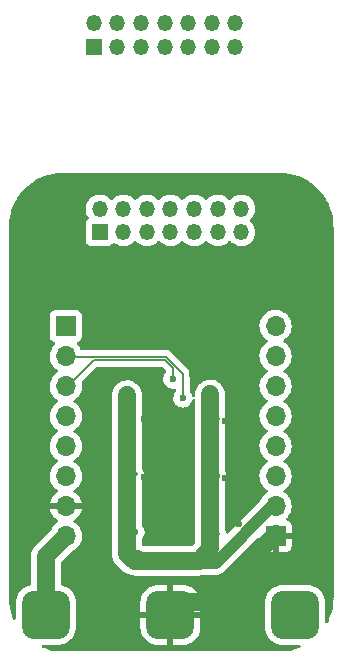
<source format=gbr>
%TF.GenerationSoftware,KiCad,Pcbnew,(6.0.0)*%
%TF.CreationDate,2022-06-30T15:43:38+09:00*%
%TF.ProjectId,TipLets_Board,5469704c-6574-4735-9f42-6f6172642e6b,rev?*%
%TF.SameCoordinates,Original*%
%TF.FileFunction,Copper,L2,Bot*%
%TF.FilePolarity,Positive*%
%FSLAX46Y46*%
G04 Gerber Fmt 4.6, Leading zero omitted, Abs format (unit mm)*
G04 Created by KiCad (PCBNEW (6.0.0)) date 2022-06-30 15:43:38*
%MOMM*%
%LPD*%
G01*
G04 APERTURE LIST*
G04 Aperture macros list*
%AMRoundRect*
0 Rectangle with rounded corners*
0 $1 Rounding radius*
0 $2 $3 $4 $5 $6 $7 $8 $9 X,Y pos of 4 corners*
0 Add a 4 corners polygon primitive as box body*
4,1,4,$2,$3,$4,$5,$6,$7,$8,$9,$2,$3,0*
0 Add four circle primitives for the rounded corners*
1,1,$1+$1,$2,$3*
1,1,$1+$1,$4,$5*
1,1,$1+$1,$6,$7*
1,1,$1+$1,$8,$9*
0 Add four rect primitives between the rounded corners*
20,1,$1+$1,$2,$3,$4,$5,0*
20,1,$1+$1,$4,$5,$6,$7,0*
20,1,$1+$1,$6,$7,$8,$9,0*
20,1,$1+$1,$8,$9,$2,$3,0*%
G04 Aperture macros list end*
%TA.AperFunction,ComponentPad*%
%ADD10R,1.700000X1.700000*%
%TD*%
%TA.AperFunction,ComponentPad*%
%ADD11O,1.700000X1.700000*%
%TD*%
%TA.AperFunction,ComponentPad*%
%ADD12R,1.350000X1.350000*%
%TD*%
%TA.AperFunction,ComponentPad*%
%ADD13O,1.350000X1.350000*%
%TD*%
%TA.AperFunction,SMDPad,CuDef*%
%ADD14RoundRect,1.015000X-1.015000X-1.015000X1.015000X-1.015000X1.015000X1.015000X-1.015000X1.015000X0*%
%TD*%
%TA.AperFunction,ViaPad*%
%ADD15C,0.600000*%
%TD*%
%TA.AperFunction,ViaPad*%
%ADD16C,0.500000*%
%TD*%
%TA.AperFunction,Conductor*%
%ADD17C,1.000000*%
%TD*%
%TA.AperFunction,Conductor*%
%ADD18C,1.500000*%
%TD*%
%TA.AperFunction,Conductor*%
%ADD19C,0.127000*%
%TD*%
G04 APERTURE END LIST*
D10*
%TO.P,J1,1,Pin_1*%
%TO.N,unconnected-(J1-Pad1)*%
X21325000Y-102957000D03*
D11*
%TO.P,J1,2,Pin_2*%
%TO.N,SCL*%
X21325000Y-105497000D03*
%TO.P,J1,3,Pin_3*%
%TO.N,SDA*%
X21325000Y-108037000D03*
%TO.P,J1,4,Pin_4*%
%TO.N,unconnected-(J1-Pad4)*%
X21325000Y-110577000D03*
%TO.P,J1,5,Pin_5*%
%TO.N,unconnected-(J1-Pad5)*%
X21325000Y-113117000D03*
%TO.P,J1,6,Pin_6*%
%TO.N,unconnected-(J1-Pad6)*%
X21325000Y-115657000D03*
%TO.P,J1,7,Pin_7*%
%TO.N,GND*%
X21325000Y-118197000D03*
%TO.P,J1,8,Pin_8*%
%TO.N,BAT*%
X21325000Y-120737000D03*
%TD*%
D12*
%TO.P,J4,1,Pin_1*%
%TO.N,OUT8*%
X24185000Y-95000000D03*
D13*
%TO.P,J4,2,Pin_2*%
%TO.N,OUT7*%
X24185000Y-93000000D03*
%TO.P,J4,3,Pin_3*%
%TO.N,OUT10*%
X26185000Y-95000000D03*
%TO.P,J4,4,Pin_4*%
%TO.N,OUT9*%
X26185000Y-93000000D03*
%TO.P,J4,5,Pin_5*%
%TO.N,OUT12*%
X28185000Y-95000000D03*
%TO.P,J4,6,Pin_6*%
%TO.N,OUT11*%
X28185000Y-93000000D03*
%TO.P,J4,7,Pin_7*%
%TO.N,OUT2*%
X30185000Y-95000000D03*
%TO.P,J4,8,Pin_8*%
%TO.N,OUT1*%
X30185000Y-93000000D03*
%TO.P,J4,9,Pin_9*%
%TO.N,OUT4*%
X32185000Y-95000000D03*
%TO.P,J4,10,Pin_10*%
%TO.N,OUT3*%
X32185000Y-93000000D03*
%TO.P,J4,11,Pin_11*%
%TO.N,OUT6*%
X34185000Y-95000000D03*
%TO.P,J4,12,Pin_12*%
%TO.N,OUT5*%
X34185000Y-93000000D03*
%TO.P,J4,13,Pin_13*%
%TO.N,unconnected-(J4-Pad13)*%
X36185000Y-95000000D03*
%TO.P,J4,14,Pin_14*%
%TO.N,unconnected-(J4-Pad14)*%
X36185000Y-93000000D03*
%TD*%
D10*
%TO.P,J2,1,Pin_1*%
%TO.N,GND*%
X39085000Y-120732000D03*
D11*
%TO.P,J2,2,Pin_2*%
%TO.N,BAT*%
X39085000Y-118192000D03*
%TO.P,J2,3,Pin_3*%
%TO.N,EN4*%
X39085000Y-115652000D03*
%TO.P,J2,4,Pin_4*%
%TO.N,EN5*%
X39085000Y-113112000D03*
%TO.P,J2,5,Pin_5*%
%TO.N,EN6*%
X39085000Y-110572000D03*
%TO.P,J2,6,Pin_6*%
%TO.N,EN1*%
X39085000Y-108032000D03*
%TO.P,J2,7,Pin_7*%
%TO.N,EN2*%
X39085000Y-105492000D03*
%TO.P,J2,8,Pin_8*%
%TO.N,EN3*%
X39085000Y-102952000D03*
%TD*%
D12*
%TO.P,J3,1,Pin_1*%
%TO.N,IN5*%
X23685000Y-79317000D03*
D13*
%TO.P,J3,2,Pin_2*%
%TO.N,IN6*%
X23685000Y-77317000D03*
%TO.P,J3,3,Pin_3*%
%TO.N,IN3*%
X25685000Y-79317000D03*
%TO.P,J3,4,Pin_4*%
%TO.N,IN4*%
X25685000Y-77317000D03*
%TO.P,J3,5,Pin_5*%
%TO.N,IN1*%
X27685000Y-79317000D03*
%TO.P,J3,6,Pin_6*%
%TO.N,IN2*%
X27685000Y-77317000D03*
%TO.P,J3,7,Pin_7*%
%TO.N,IN8*%
X29685000Y-79317000D03*
%TO.P,J3,8,Pin_8*%
%TO.N,IN7*%
X29685000Y-77317000D03*
%TO.P,J3,9,Pin_9*%
%TO.N,IN10*%
X31685000Y-79317000D03*
%TO.P,J3,10,Pin_10*%
%TO.N,IN9*%
X31685000Y-77317000D03*
%TO.P,J3,11,Pin_11*%
%TO.N,IN12*%
X33685000Y-79317000D03*
%TO.P,J3,12,Pin_12*%
%TO.N,IN11*%
X33685000Y-77317000D03*
%TO.P,J3,13,Pin_13*%
%TO.N,unconnected-(J3-Pad13)*%
X35685000Y-79317000D03*
%TO.P,J3,14,Pin_14*%
%TO.N,unconnected-(J3-Pad14)*%
X35685000Y-77317000D03*
%TD*%
D14*
%TO.P,B1,1,+*%
%TO.N,BAT*%
X19640000Y-127394209D03*
%TO.P,B1,2,+*%
X40730000Y-127394209D03*
%TO.P,B1,3*%
%TO.N,GND*%
X30185000Y-127394209D03*
%TD*%
D15*
%TO.N,GND*%
X35105000Y-108258170D03*
X35993000Y-119680170D03*
X27951000Y-115735170D03*
X35245560Y-118114000D03*
X29005000Y-119577170D03*
X27905000Y-110858170D03*
X25058000Y-106868170D03*
X28368540Y-112928170D03*
X34833037Y-115828439D03*
X34832000Y-110991170D03*
X28296000Y-118021170D03*
D16*
X28005000Y-108388170D03*
D15*
X35231000Y-113050170D03*
X32017000Y-107007170D03*
%TO.N,BAT*%
X34129000Y-115649170D03*
D16*
X34127000Y-120534170D03*
X27173000Y-115516170D03*
D15*
X27176000Y-120408170D03*
D16*
X34085000Y-110826170D03*
D15*
X27005000Y-110658170D03*
%TO.N,SCL*%
X31235000Y-109038170D03*
%TO.N,SDA*%
X30375000Y-107428170D03*
%TD*%
D17*
%TO.N,BAT*%
X32315000Y-122815000D02*
X30685000Y-122815000D01*
X34000000Y-123000000D02*
X32500000Y-123000000D01*
X32500000Y-123000000D02*
X32315000Y-122815000D01*
X38808000Y-118192000D02*
X34000000Y-123000000D01*
X39085000Y-118192000D02*
X38808000Y-118192000D01*
D18*
X30685000Y-122815000D02*
X32580000Y-122815000D01*
X27206000Y-122815000D02*
X30685000Y-122815000D01*
X19640000Y-122422000D02*
X21325000Y-120737000D01*
X19640000Y-127394209D02*
X19640000Y-122422000D01*
%TO.N,GND*%
X30185000Y-126317000D02*
X33352306Y-126317000D01*
D19*
X34765000Y-110885000D02*
X34619000Y-110885000D01*
D18*
X33352306Y-126317000D02*
X39146476Y-120522830D01*
%TO.N,BAT*%
X33535000Y-121860000D02*
X33535000Y-108747000D01*
X27206000Y-122815000D02*
X27316000Y-122705000D01*
X26949000Y-122705000D02*
X26505000Y-122261000D01*
X26505000Y-122261000D02*
X26505000Y-108810000D01*
X32580000Y-122815000D02*
X33535000Y-121860000D01*
D19*
%TO.N,SCL*%
X31235000Y-106974019D02*
X31235000Y-109038170D01*
X29829811Y-105568830D02*
X31235000Y-106974019D01*
X29829811Y-105568830D02*
X21406560Y-105568830D01*
%TO.N,SDA*%
X30375000Y-106472551D02*
X30375000Y-107428170D01*
X23693040Y-105822350D02*
X21406560Y-108108830D01*
X29724799Y-105822350D02*
X23693040Y-105822350D01*
X29724799Y-105822350D02*
X30375000Y-106472551D01*
%TD*%
%TA.AperFunction,Conductor*%
%TO.N,GND*%
G36*
X39470057Y-90009500D02*
G01*
X39484858Y-90011805D01*
X39484861Y-90011805D01*
X39493730Y-90013186D01*
X39514158Y-90010515D01*
X39535983Y-90009571D01*
X39886007Y-90024853D01*
X39896958Y-90025811D01*
X40274579Y-90075527D01*
X40285403Y-90077436D01*
X40657243Y-90159870D01*
X40667860Y-90162715D01*
X41031110Y-90277248D01*
X41041425Y-90281001D01*
X41393334Y-90426766D01*
X41403269Y-90431399D01*
X41741128Y-90607278D01*
X41750637Y-90612768D01*
X42071860Y-90817410D01*
X42080864Y-90823714D01*
X42383043Y-91055583D01*
X42391463Y-91062649D01*
X42672268Y-91319959D01*
X42680041Y-91327732D01*
X42937351Y-91608537D01*
X42944417Y-91616957D01*
X43176286Y-91919136D01*
X43182590Y-91928140D01*
X43192730Y-91944057D01*
X43347104Y-92186374D01*
X43387232Y-92249363D01*
X43392722Y-92258872D01*
X43568601Y-92596731D01*
X43573234Y-92606666D01*
X43646439Y-92783400D01*
X43718996Y-92958568D01*
X43722751Y-92968887D01*
X43791186Y-93185933D01*
X43837285Y-93332139D01*
X43840130Y-93342757D01*
X43922564Y-93714597D01*
X43924473Y-93725421D01*
X43974189Y-94103042D01*
X43975147Y-94113993D01*
X43985890Y-94360050D01*
X43990104Y-94456583D01*
X43988724Y-94481461D01*
X43986814Y-94493730D01*
X43988638Y-94507678D01*
X43990936Y-94525251D01*
X43992000Y-94541589D01*
X43992000Y-125950672D01*
X43990500Y-125970056D01*
X43986814Y-125993730D01*
X43989485Y-126014158D01*
X43990429Y-126035983D01*
X43978561Y-126307821D01*
X43975147Y-126386007D01*
X43974189Y-126396958D01*
X43924473Y-126774579D01*
X43922564Y-126785403D01*
X43845207Y-127134344D01*
X43840130Y-127157243D01*
X43837285Y-127167861D01*
X43722755Y-127531103D01*
X43718999Y-127541425D01*
X43621439Y-127776957D01*
X43573238Y-127893325D01*
X43568601Y-127903269D01*
X43506261Y-128023022D01*
X43457066Y-128074207D01*
X43388005Y-128090671D01*
X43321006Y-128067185D01*
X43277341Y-128011204D01*
X43268500Y-127964839D01*
X43268500Y-126310071D01*
X43257829Y-126161207D01*
X43214401Y-125970057D01*
X43204635Y-125927071D01*
X43204634Y-125927068D01*
X43203514Y-125922138D01*
X43111675Y-125694829D01*
X42984675Y-125485127D01*
X42825782Y-125298427D01*
X42639082Y-125139534D01*
X42429380Y-125012534D01*
X42424691Y-125010640D01*
X42424686Y-125010637D01*
X42206762Y-124922590D01*
X42206759Y-124922589D01*
X42202071Y-124920695D01*
X42197141Y-124919575D01*
X42197138Y-124919574D01*
X42086584Y-124894457D01*
X41963002Y-124866380D01*
X41958235Y-124866038D01*
X41958233Y-124866038D01*
X41816388Y-124855870D01*
X41816380Y-124855870D01*
X41814138Y-124855709D01*
X39645862Y-124855709D01*
X39643620Y-124855870D01*
X39643612Y-124855870D01*
X39501767Y-124866038D01*
X39501765Y-124866038D01*
X39496998Y-124866380D01*
X39373416Y-124894457D01*
X39262862Y-124919574D01*
X39262859Y-124919575D01*
X39257929Y-124920695D01*
X39253241Y-124922589D01*
X39253238Y-124922590D01*
X39035314Y-125010637D01*
X39035309Y-125010640D01*
X39030620Y-125012534D01*
X38820918Y-125139534D01*
X38634218Y-125298427D01*
X38475325Y-125485127D01*
X38348325Y-125694829D01*
X38256486Y-125922138D01*
X38255366Y-125927068D01*
X38255365Y-125927071D01*
X38245599Y-125970057D01*
X38202171Y-126161207D01*
X38191500Y-126310071D01*
X38191500Y-128478347D01*
X38202171Y-128627211D01*
X38203231Y-128631875D01*
X38255332Y-128861199D01*
X38256486Y-128866280D01*
X38348325Y-129093589D01*
X38475325Y-129303291D01*
X38634218Y-129489991D01*
X38820918Y-129648884D01*
X39030620Y-129775884D01*
X39035309Y-129777778D01*
X39035314Y-129777781D01*
X39253238Y-129865828D01*
X39253241Y-129865829D01*
X39257929Y-129867723D01*
X39262859Y-129868843D01*
X39262862Y-129868844D01*
X39356321Y-129890077D01*
X39496998Y-129922038D01*
X39501765Y-129922380D01*
X39501767Y-129922380D01*
X39643612Y-129932548D01*
X39643620Y-129932548D01*
X39645862Y-129932709D01*
X41099145Y-129932709D01*
X41167266Y-129952711D01*
X41213759Y-130006367D01*
X41223863Y-130076641D01*
X41194369Y-130141221D01*
X41147364Y-130175118D01*
X41041425Y-130218999D01*
X41031110Y-130222752D01*
X40667861Y-130337285D01*
X40657243Y-130340130D01*
X40285403Y-130422564D01*
X40274579Y-130424473D01*
X39896958Y-130474189D01*
X39886007Y-130475147D01*
X39543417Y-130490104D01*
X39518539Y-130488724D01*
X39518160Y-130488665D01*
X39506270Y-130486814D01*
X39474749Y-130490936D01*
X39458411Y-130492000D01*
X21049328Y-130492000D01*
X21029943Y-130490500D01*
X21015142Y-130488195D01*
X21015139Y-130488195D01*
X21006270Y-130486814D01*
X20985842Y-130489485D01*
X20964017Y-130490429D01*
X20613993Y-130475147D01*
X20603042Y-130474189D01*
X20225421Y-130424473D01*
X20214597Y-130422564D01*
X19842757Y-130340130D01*
X19832139Y-130337285D01*
X19468890Y-130222752D01*
X19458575Y-130218999D01*
X19352637Y-130175118D01*
X19297356Y-130130570D01*
X19274935Y-130063206D01*
X19292493Y-129994415D01*
X19344455Y-129946037D01*
X19400855Y-129932709D01*
X20724138Y-129932709D01*
X20726380Y-129932548D01*
X20726388Y-129932548D01*
X20868233Y-129922380D01*
X20868235Y-129922380D01*
X20873002Y-129922038D01*
X21013679Y-129890077D01*
X21107138Y-129868844D01*
X21107141Y-129868843D01*
X21112071Y-129867723D01*
X21116759Y-129865829D01*
X21116762Y-129865828D01*
X21334686Y-129777781D01*
X21334691Y-129777778D01*
X21339380Y-129775884D01*
X21549082Y-129648884D01*
X21735782Y-129489991D01*
X21894675Y-129303291D01*
X22021675Y-129093589D01*
X22113514Y-128866280D01*
X22114669Y-128861199D01*
X22166769Y-128631875D01*
X22167829Y-128627211D01*
X22178500Y-128478347D01*
X22178500Y-128476074D01*
X27647000Y-128476074D01*
X27647161Y-128480588D01*
X27657324Y-128622373D01*
X27658725Y-128631801D01*
X27710844Y-128861199D01*
X27713860Y-128870823D01*
X27801877Y-129088672D01*
X27806394Y-129097693D01*
X27928106Y-129298664D01*
X27934014Y-129306855D01*
X28086299Y-129485789D01*
X28093420Y-129492910D01*
X28272354Y-129645195D01*
X28280545Y-129651103D01*
X28481516Y-129772815D01*
X28490537Y-129777332D01*
X28708386Y-129865349D01*
X28718010Y-129868365D01*
X28947408Y-129920484D01*
X28956836Y-129921885D01*
X29098621Y-129932048D01*
X29103135Y-129932209D01*
X29912885Y-129932209D01*
X29928124Y-129927734D01*
X29929329Y-129926344D01*
X29931000Y-129918661D01*
X29931000Y-129914094D01*
X30439000Y-129914094D01*
X30443475Y-129929333D01*
X30444865Y-129930538D01*
X30452548Y-129932209D01*
X31266865Y-129932209D01*
X31271379Y-129932048D01*
X31413164Y-129921885D01*
X31422592Y-129920484D01*
X31651990Y-129868365D01*
X31661614Y-129865349D01*
X31879463Y-129777332D01*
X31888484Y-129772815D01*
X32089455Y-129651103D01*
X32097646Y-129645195D01*
X32276580Y-129492910D01*
X32283701Y-129485789D01*
X32435986Y-129306855D01*
X32441894Y-129298664D01*
X32563606Y-129097693D01*
X32568123Y-129088672D01*
X32656140Y-128870823D01*
X32659156Y-128861199D01*
X32711275Y-128631801D01*
X32712676Y-128622373D01*
X32722839Y-128480588D01*
X32723000Y-128476074D01*
X32723000Y-127666324D01*
X32718525Y-127651085D01*
X32717135Y-127649880D01*
X32709452Y-127648209D01*
X30457115Y-127648209D01*
X30441876Y-127652684D01*
X30440671Y-127654074D01*
X30439000Y-127661757D01*
X30439000Y-129914094D01*
X29931000Y-129914094D01*
X29931000Y-127666324D01*
X29926525Y-127651085D01*
X29925135Y-127649880D01*
X29917452Y-127648209D01*
X27665115Y-127648209D01*
X27649876Y-127652684D01*
X27648671Y-127654074D01*
X27647000Y-127661757D01*
X27647000Y-128476074D01*
X22178500Y-128476074D01*
X22178500Y-127122094D01*
X27647000Y-127122094D01*
X27651475Y-127137333D01*
X27652865Y-127138538D01*
X27660548Y-127140209D01*
X29912885Y-127140209D01*
X29928124Y-127135734D01*
X29929329Y-127134344D01*
X29931000Y-127126661D01*
X29931000Y-127122094D01*
X30439000Y-127122094D01*
X30443475Y-127137333D01*
X30444865Y-127138538D01*
X30452548Y-127140209D01*
X32704885Y-127140209D01*
X32720124Y-127135734D01*
X32721329Y-127134344D01*
X32723000Y-127126661D01*
X32723000Y-126312344D01*
X32722839Y-126307830D01*
X32712676Y-126166045D01*
X32711275Y-126156617D01*
X32659156Y-125927219D01*
X32656140Y-125917595D01*
X32568123Y-125699746D01*
X32563606Y-125690725D01*
X32441894Y-125489754D01*
X32435986Y-125481563D01*
X32283701Y-125302629D01*
X32276580Y-125295508D01*
X32097646Y-125143223D01*
X32089455Y-125137315D01*
X31888484Y-125015603D01*
X31879463Y-125011086D01*
X31661614Y-124923069D01*
X31651990Y-124920053D01*
X31422592Y-124867934D01*
X31413164Y-124866533D01*
X31271379Y-124856370D01*
X31266865Y-124856209D01*
X30457115Y-124856209D01*
X30441876Y-124860684D01*
X30440671Y-124862074D01*
X30439000Y-124869757D01*
X30439000Y-127122094D01*
X29931000Y-127122094D01*
X29931000Y-124874324D01*
X29926525Y-124859085D01*
X29925135Y-124857880D01*
X29917452Y-124856209D01*
X29103135Y-124856209D01*
X29098621Y-124856370D01*
X28956836Y-124866533D01*
X28947408Y-124867934D01*
X28718010Y-124920053D01*
X28708386Y-124923069D01*
X28490537Y-125011086D01*
X28481516Y-125015603D01*
X28280545Y-125137315D01*
X28272354Y-125143223D01*
X28093420Y-125295508D01*
X28086299Y-125302629D01*
X27934014Y-125481563D01*
X27928106Y-125489754D01*
X27806394Y-125690725D01*
X27801877Y-125699746D01*
X27713860Y-125917595D01*
X27710844Y-125927219D01*
X27658725Y-126156617D01*
X27657324Y-126166045D01*
X27647161Y-126307830D01*
X27647000Y-126312344D01*
X27647000Y-127122094D01*
X22178500Y-127122094D01*
X22178500Y-126310071D01*
X22167829Y-126161207D01*
X22124401Y-125970057D01*
X22114635Y-125927071D01*
X22114634Y-125927068D01*
X22113514Y-125922138D01*
X22021675Y-125694829D01*
X21894675Y-125485127D01*
X21735782Y-125298427D01*
X21549082Y-125139534D01*
X21339380Y-125012534D01*
X21334691Y-125010640D01*
X21334686Y-125010637D01*
X21116762Y-124922590D01*
X21116759Y-124922589D01*
X21112071Y-124920695D01*
X21107137Y-124919574D01*
X20996585Y-124894457D01*
X20934588Y-124859860D01*
X20901138Y-124797237D01*
X20898500Y-124771588D01*
X20898500Y-122995477D01*
X20918502Y-122927356D01*
X20935405Y-122906382D01*
X21833488Y-122008299D01*
X21867149Y-121984244D01*
X22022994Y-121907896D01*
X22204860Y-121778173D01*
X22209811Y-121773240D01*
X22320654Y-121662783D01*
X22363096Y-121620489D01*
X22381806Y-121594452D01*
X22490435Y-121443277D01*
X22493453Y-121439077D01*
X22592430Y-121238811D01*
X22657370Y-121025069D01*
X22686529Y-120803590D01*
X22688156Y-120737000D01*
X22669852Y-120514361D01*
X22615431Y-120297702D01*
X22526354Y-120092840D01*
X22405014Y-119905277D01*
X22254670Y-119740051D01*
X22250619Y-119736852D01*
X22250615Y-119736848D01*
X22083414Y-119604800D01*
X22083410Y-119604798D01*
X22079359Y-119601598D01*
X22037569Y-119578529D01*
X21987598Y-119528097D01*
X21972826Y-119458654D01*
X21997942Y-119392248D01*
X22025294Y-119365641D01*
X22200328Y-119240792D01*
X22208200Y-119234139D01*
X22359052Y-119083812D01*
X22365730Y-119075965D01*
X22490003Y-118903020D01*
X22495313Y-118894183D01*
X22589670Y-118703267D01*
X22593469Y-118693672D01*
X22655377Y-118489910D01*
X22657555Y-118479837D01*
X22658986Y-118468962D01*
X22656775Y-118454778D01*
X22643617Y-118451000D01*
X20008225Y-118451000D01*
X19994694Y-118454973D01*
X19993257Y-118464966D01*
X20023565Y-118599446D01*
X20026645Y-118609275D01*
X20106770Y-118806603D01*
X20111413Y-118815794D01*
X20222694Y-118997388D01*
X20228777Y-119005699D01*
X20368213Y-119166667D01*
X20375580Y-119173883D01*
X20539434Y-119309916D01*
X20547881Y-119315831D01*
X20616969Y-119356203D01*
X20665693Y-119407842D01*
X20678764Y-119477625D01*
X20652033Y-119543396D01*
X20611584Y-119576752D01*
X20598607Y-119583507D01*
X20594474Y-119586610D01*
X20594471Y-119586612D01*
X20424100Y-119714530D01*
X20419965Y-119717635D01*
X20416393Y-119721373D01*
X20315707Y-119826735D01*
X20265629Y-119879138D01*
X20139743Y-120063680D01*
X20124003Y-120097590D01*
X20080888Y-120190473D01*
X20055695Y-120226518D01*
X18814737Y-121467475D01*
X18802347Y-121478342D01*
X18784708Y-121491877D01*
X18759486Y-121519596D01*
X18729842Y-121552174D01*
X18725743Y-121556469D01*
X18709802Y-121572410D01*
X18708007Y-121574557D01*
X18708005Y-121574559D01*
X18693068Y-121592423D01*
X18689600Y-121596398D01*
X18637288Y-121653888D01*
X18637281Y-121653897D01*
X18633515Y-121658036D01*
X18630538Y-121662782D01*
X18630537Y-121662783D01*
X18623987Y-121673225D01*
X18613911Y-121687093D01*
X18606004Y-121696549D01*
X18605997Y-121696559D01*
X18602406Y-121700854D01*
X18561118Y-121773240D01*
X18558413Y-121777759D01*
X18514136Y-121848344D01*
X18512043Y-121853549D01*
X18512042Y-121853552D01*
X18507448Y-121864979D01*
X18499988Y-121880411D01*
X18493880Y-121891119D01*
X18493876Y-121891128D01*
X18491101Y-121895993D01*
X18489232Y-121901270D01*
X18489230Y-121901275D01*
X18463285Y-121974542D01*
X18461420Y-121979478D01*
X18430344Y-122056783D01*
X18429208Y-122062270D01*
X18429207Y-122062272D01*
X18426706Y-122074349D01*
X18422101Y-122090844D01*
X18416111Y-122107759D01*
X18415204Y-122113298D01*
X18402643Y-122190001D01*
X18401683Y-122195180D01*
X18384787Y-122276767D01*
X18384521Y-122281379D01*
X18384521Y-122281380D01*
X18383185Y-122304548D01*
X18381738Y-122317653D01*
X18381224Y-122320796D01*
X18379806Y-122329457D01*
X18379894Y-122335070D01*
X18379894Y-122335072D01*
X18381484Y-122436264D01*
X18381500Y-122438243D01*
X18381500Y-124771588D01*
X18361498Y-124839709D01*
X18307842Y-124886202D01*
X18283415Y-124894457D01*
X18172863Y-124919574D01*
X18167929Y-124920695D01*
X18163241Y-124922589D01*
X18163238Y-124922590D01*
X17945314Y-125010637D01*
X17945309Y-125010640D01*
X17940620Y-125012534D01*
X17730918Y-125139534D01*
X17544218Y-125298427D01*
X17385325Y-125485127D01*
X17258325Y-125694829D01*
X17166486Y-125922138D01*
X17165366Y-125927068D01*
X17165365Y-125927071D01*
X17155599Y-125970057D01*
X17112171Y-126161207D01*
X17101500Y-126310071D01*
X17101500Y-127681733D01*
X17081498Y-127749854D01*
X17027842Y-127796347D01*
X16957568Y-127806451D01*
X16892988Y-127776957D01*
X16859091Y-127729951D01*
X16781001Y-127541425D01*
X16777245Y-127531103D01*
X16662715Y-127167861D01*
X16659870Y-127157243D01*
X16654794Y-127134344D01*
X16577436Y-126785403D01*
X16575527Y-126774579D01*
X16525811Y-126396957D01*
X16524853Y-126386006D01*
X16510059Y-126047173D01*
X16511686Y-126020769D01*
X16512263Y-126017342D01*
X16512263Y-126017340D01*
X16513071Y-126012539D01*
X16513224Y-126000000D01*
X16509273Y-125972412D01*
X16508000Y-125954549D01*
X16508000Y-115623695D01*
X19962251Y-115623695D01*
X19962548Y-115628848D01*
X19962548Y-115628851D01*
X19967914Y-115721908D01*
X19975110Y-115846715D01*
X19976247Y-115851761D01*
X19976248Y-115851767D01*
X19997265Y-115945023D01*
X20024222Y-116064639D01*
X20108266Y-116271616D01*
X20224987Y-116462088D01*
X20371250Y-116630938D01*
X20446213Y-116693173D01*
X20533123Y-116765327D01*
X20543126Y-116773632D01*
X20607889Y-116811476D01*
X20616955Y-116816774D01*
X20665679Y-116868412D01*
X20678750Y-116938195D01*
X20652019Y-117003967D01*
X20611562Y-117037327D01*
X20603457Y-117041546D01*
X20594738Y-117047036D01*
X20424433Y-117174905D01*
X20416726Y-117181748D01*
X20269590Y-117335717D01*
X20263104Y-117343727D01*
X20143098Y-117519649D01*
X20138000Y-117528623D01*
X20048338Y-117721783D01*
X20044775Y-117731470D01*
X19989389Y-117931183D01*
X19990912Y-117939607D01*
X20003292Y-117943000D01*
X22643344Y-117943000D01*
X22656875Y-117939027D01*
X22658180Y-117929947D01*
X22616214Y-117762875D01*
X22612894Y-117753124D01*
X22527972Y-117557814D01*
X22523105Y-117548739D01*
X22407426Y-117369926D01*
X22401136Y-117361757D01*
X22257806Y-117204240D01*
X22250273Y-117197215D01*
X22083139Y-117065222D01*
X22074556Y-117059520D01*
X22037602Y-117039120D01*
X21987631Y-116988687D01*
X21972859Y-116919245D01*
X21997975Y-116852839D01*
X22025327Y-116826232D01*
X22048797Y-116809491D01*
X22204860Y-116698173D01*
X22363096Y-116540489D01*
X22420222Y-116460990D01*
X22490435Y-116363277D01*
X22493453Y-116359077D01*
X22592430Y-116158811D01*
X22657370Y-115945069D01*
X22686529Y-115723590D01*
X22686959Y-115705995D01*
X22688074Y-115660365D01*
X22688074Y-115660361D01*
X22688156Y-115657000D01*
X22669852Y-115434361D01*
X22615431Y-115217702D01*
X22526354Y-115012840D01*
X22405014Y-114825277D01*
X22254670Y-114660051D01*
X22250619Y-114656852D01*
X22250615Y-114656848D01*
X22083414Y-114524800D01*
X22083410Y-114524798D01*
X22079359Y-114521598D01*
X22038053Y-114498796D01*
X21988084Y-114448364D01*
X21973312Y-114378921D01*
X21998428Y-114312516D01*
X22025780Y-114285909D01*
X22069603Y-114254650D01*
X22204860Y-114158173D01*
X22363096Y-114000489D01*
X22420222Y-113920990D01*
X22490435Y-113823277D01*
X22493453Y-113819077D01*
X22592430Y-113618811D01*
X22657370Y-113405069D01*
X22686529Y-113183590D01*
X22688156Y-113117000D01*
X22669852Y-112894361D01*
X22615431Y-112677702D01*
X22526354Y-112472840D01*
X22405014Y-112285277D01*
X22254670Y-112120051D01*
X22250619Y-112116852D01*
X22250615Y-112116848D01*
X22083414Y-111984800D01*
X22083410Y-111984798D01*
X22079359Y-111981598D01*
X22038053Y-111958796D01*
X21988084Y-111908364D01*
X21973312Y-111838921D01*
X21998428Y-111772516D01*
X22025780Y-111745909D01*
X22069603Y-111714650D01*
X22204860Y-111618173D01*
X22363096Y-111460489D01*
X22420222Y-111380990D01*
X22490435Y-111283277D01*
X22493453Y-111279077D01*
X22592430Y-111078811D01*
X22657370Y-110865069D01*
X22686529Y-110643590D01*
X22688156Y-110577000D01*
X22669852Y-110354361D01*
X22615431Y-110137702D01*
X22526354Y-109932840D01*
X22456693Y-109825160D01*
X22407822Y-109749617D01*
X22407820Y-109749614D01*
X22405014Y-109745277D01*
X22254670Y-109580051D01*
X22250619Y-109576852D01*
X22250615Y-109576848D01*
X22083414Y-109444800D01*
X22083410Y-109444798D01*
X22079359Y-109441598D01*
X22038053Y-109418796D01*
X21988084Y-109368364D01*
X21973312Y-109298921D01*
X21998428Y-109232516D01*
X22025780Y-109205909D01*
X22094588Y-109156829D01*
X22204860Y-109078173D01*
X22363096Y-108920489D01*
X22420222Y-108840990D01*
X22490435Y-108743277D01*
X22493453Y-108739077D01*
X22521153Y-108683031D01*
X22590136Y-108543453D01*
X22590137Y-108543451D01*
X22592430Y-108538811D01*
X22657370Y-108325069D01*
X22686529Y-108103590D01*
X22687620Y-108058930D01*
X22688074Y-108040365D01*
X22688074Y-108040361D01*
X22688156Y-108037000D01*
X22669852Y-107814361D01*
X22655154Y-107755847D01*
X22657958Y-107684907D01*
X22688263Y-107636057D01*
X23893065Y-106431255D01*
X23955377Y-106397229D01*
X23982160Y-106394350D01*
X29435679Y-106394350D01*
X29503800Y-106414352D01*
X29524774Y-106431255D01*
X29766095Y-106672576D01*
X29800121Y-106734888D01*
X29803000Y-106761671D01*
X29803000Y-106803681D01*
X29782998Y-106871802D01*
X29765158Y-106893704D01*
X29744493Y-106913941D01*
X29646235Y-107066408D01*
X29643826Y-107073028D01*
X29643824Y-107073031D01*
X29605469Y-107178411D01*
X29584197Y-107236855D01*
X29561463Y-107416810D01*
X29579163Y-107597330D01*
X29636418Y-107769443D01*
X29640065Y-107775465D01*
X29640066Y-107775467D01*
X29726047Y-107917439D01*
X29730380Y-107924594D01*
X29856382Y-108055072D01*
X30008159Y-108154392D01*
X30014763Y-108156848D01*
X30014765Y-108156849D01*
X30171558Y-108215160D01*
X30171560Y-108215160D01*
X30178168Y-108217618D01*
X30261995Y-108228803D01*
X30350980Y-108240677D01*
X30350984Y-108240677D01*
X30357961Y-108241608D01*
X30364972Y-108240970D01*
X30364976Y-108240970D01*
X30525580Y-108226353D01*
X30595233Y-108240098D01*
X30646398Y-108289319D01*
X30663000Y-108351834D01*
X30663000Y-108413681D01*
X30642998Y-108481802D01*
X30625158Y-108503704D01*
X30609530Y-108519008D01*
X30604493Y-108523941D01*
X30506235Y-108676408D01*
X30503826Y-108683028D01*
X30503824Y-108683031D01*
X30479374Y-108750208D01*
X30444197Y-108846855D01*
X30421463Y-109026810D01*
X30439163Y-109207330D01*
X30496418Y-109379443D01*
X30500065Y-109385465D01*
X30500066Y-109385467D01*
X30532550Y-109439104D01*
X30590380Y-109534594D01*
X30595269Y-109539657D01*
X30595270Y-109539658D01*
X30672121Y-109619238D01*
X30716382Y-109665072D01*
X30722278Y-109668930D01*
X30837940Y-109744617D01*
X30868159Y-109764392D01*
X30874763Y-109766848D01*
X30874765Y-109766849D01*
X31031558Y-109825160D01*
X31031560Y-109825160D01*
X31038168Y-109827618D01*
X31121995Y-109838803D01*
X31210980Y-109850677D01*
X31210984Y-109850677D01*
X31217961Y-109851608D01*
X31224972Y-109850970D01*
X31224976Y-109850970D01*
X31367459Y-109838002D01*
X31398600Y-109835168D01*
X31405302Y-109832990D01*
X31405304Y-109832990D01*
X31564409Y-109781294D01*
X31564412Y-109781293D01*
X31571108Y-109779117D01*
X31726912Y-109686239D01*
X31858266Y-109561152D01*
X31958643Y-109410072D01*
X32013243Y-109266338D01*
X32020555Y-109247090D01*
X32020556Y-109247088D01*
X32023055Y-109240508D01*
X32025726Y-109221503D01*
X32055014Y-109156829D01*
X32114618Y-109118256D01*
X32185615Y-109118031D01*
X32245462Y-109156225D01*
X32275160Y-109220712D01*
X32276500Y-109239039D01*
X32276500Y-121286522D01*
X32256498Y-121354643D01*
X32239595Y-121375618D01*
X32095616Y-121519596D01*
X32033304Y-121553621D01*
X32006521Y-121556500D01*
X27889500Y-121556500D01*
X27821379Y-121536498D01*
X27774886Y-121482842D01*
X27763500Y-121430500D01*
X27763500Y-121018415D01*
X27783502Y-120950294D01*
X27792977Y-120937425D01*
X27794163Y-120936012D01*
X27799266Y-120931152D01*
X27899643Y-120780072D01*
X27964055Y-120610508D01*
X27971788Y-120555483D01*
X27988748Y-120434809D01*
X27988748Y-120434806D01*
X27989299Y-120430887D01*
X27989616Y-120408170D01*
X27969397Y-120227915D01*
X27956641Y-120191284D01*
X27912064Y-120063276D01*
X27912062Y-120063273D01*
X27909745Y-120056618D01*
X27906009Y-120050639D01*
X27817359Y-119908768D01*
X27813626Y-119902794D01*
X27800093Y-119889166D01*
X27766287Y-119826735D01*
X27763500Y-119800383D01*
X27763500Y-116036152D01*
X27784552Y-115966425D01*
X27851891Y-115865072D01*
X27912319Y-115705995D01*
X27936001Y-115537483D01*
X27936299Y-115516170D01*
X27917331Y-115347062D01*
X27861368Y-115186359D01*
X27782646Y-115060379D01*
X27763500Y-114993609D01*
X27763500Y-110961437D01*
X27771712Y-110916693D01*
X27790555Y-110867090D01*
X27790556Y-110867088D01*
X27793055Y-110860508D01*
X27805527Y-110771767D01*
X27817748Y-110684809D01*
X27817748Y-110684806D01*
X27818299Y-110680887D01*
X27818616Y-110658170D01*
X27798397Y-110477915D01*
X27770509Y-110397832D01*
X27763500Y-110356395D01*
X27763500Y-108753001D01*
X27762258Y-108739077D01*
X27754452Y-108651616D01*
X27748617Y-108586238D01*
X27736913Y-108543453D01*
X27709919Y-108444783D01*
X27689337Y-108369549D01*
X27680888Y-108351834D01*
X27621233Y-108226767D01*
X27592622Y-108166782D01*
X27461529Y-107984346D01*
X27300201Y-107828008D01*
X27113738Y-107702710D01*
X26908033Y-107612412D01*
X26902582Y-107611103D01*
X26902578Y-107611102D01*
X26695046Y-107561278D01*
X26695045Y-107561278D01*
X26689589Y-107559968D01*
X26605525Y-107555121D01*
X26470917Y-107547360D01*
X26470914Y-107547360D01*
X26465310Y-107547037D01*
X26242285Y-107574025D01*
X26027565Y-107640082D01*
X26022585Y-107642652D01*
X26022581Y-107642654D01*
X25832919Y-107740546D01*
X25827936Y-107743118D01*
X25649708Y-107879877D01*
X25498515Y-108046036D01*
X25495537Y-108050783D01*
X25495535Y-108050786D01*
X25390883Y-108217618D01*
X25379136Y-108236344D01*
X25295344Y-108444783D01*
X25249787Y-108664767D01*
X25246500Y-108721775D01*
X25246500Y-122169604D01*
X25245422Y-122186051D01*
X25242521Y-122208086D01*
X25242786Y-122213698D01*
X25246360Y-122289488D01*
X25246500Y-122295424D01*
X25246500Y-122317999D01*
X25248819Y-122343988D01*
X25249178Y-122349248D01*
X25253104Y-122432488D01*
X25254354Y-122437947D01*
X25254355Y-122437952D01*
X25257108Y-122449970D01*
X25259789Y-122466899D01*
X25261383Y-122484762D01*
X25262865Y-122490178D01*
X25262865Y-122490180D01*
X25283370Y-122565133D01*
X25284656Y-122570251D01*
X25303258Y-122651470D01*
X25305460Y-122656632D01*
X25310294Y-122667967D01*
X25315927Y-122684142D01*
X25320663Y-122701451D01*
X25323079Y-122706516D01*
X25356539Y-122776667D01*
X25358710Y-122781476D01*
X25391397Y-122858109D01*
X25401251Y-122873110D01*
X25409654Y-122888025D01*
X25417378Y-122904218D01*
X25420648Y-122908769D01*
X25420650Y-122908772D01*
X25465999Y-122971881D01*
X25468989Y-122976232D01*
X25512196Y-123042010D01*
X25512202Y-123042018D01*
X25514735Y-123045874D01*
X25533257Y-123066662D01*
X25541490Y-123076939D01*
X25548471Y-123086654D01*
X25552498Y-123090556D01*
X25625255Y-123161063D01*
X25626665Y-123162452D01*
X26099411Y-123635198D01*
X26101568Y-123637002D01*
X26101574Y-123637007D01*
X26223547Y-123738993D01*
X26227854Y-123742594D01*
X26232725Y-123745373D01*
X26232726Y-123745373D01*
X26410637Y-123846851D01*
X26422993Y-123853899D01*
X26428270Y-123855768D01*
X26428275Y-123855770D01*
X26572264Y-123906759D01*
X26597158Y-123918793D01*
X26627592Y-123937884D01*
X26627600Y-123937888D01*
X26632344Y-123940864D01*
X26637543Y-123942954D01*
X26637547Y-123942956D01*
X26669236Y-123955694D01*
X26681199Y-123961247D01*
X26716341Y-123979854D01*
X26721683Y-123981559D01*
X26721688Y-123981561D01*
X26755336Y-123992299D01*
X26774984Y-123998570D01*
X26783665Y-124001695D01*
X26840783Y-124024656D01*
X26846277Y-124025794D01*
X26846281Y-124025795D01*
X26879721Y-124032720D01*
X26892477Y-124036067D01*
X26930357Y-124048156D01*
X26947348Y-124050393D01*
X26991389Y-124056191D01*
X27000493Y-124057731D01*
X27056241Y-124069276D01*
X27056245Y-124069277D01*
X27060767Y-124070213D01*
X27065378Y-124070479D01*
X27065379Y-124070479D01*
X27115953Y-124073395D01*
X27115955Y-124073395D01*
X27117775Y-124073500D01*
X27118156Y-124073500D01*
X27130161Y-124074461D01*
X27135370Y-124075147D01*
X27147517Y-124076746D01*
X27147519Y-124076746D01*
X27153086Y-124077479D01*
X27234489Y-124073640D01*
X27240424Y-124073500D01*
X32488604Y-124073500D01*
X32505051Y-124074578D01*
X32521516Y-124076746D01*
X32521520Y-124076746D01*
X32527086Y-124077479D01*
X32608489Y-124073640D01*
X32614424Y-124073500D01*
X32636999Y-124073500D01*
X32662989Y-124071181D01*
X32668248Y-124070822D01*
X32751488Y-124066896D01*
X32756947Y-124065646D01*
X32756952Y-124065645D01*
X32768970Y-124062892D01*
X32785899Y-124060211D01*
X32803762Y-124058617D01*
X32809178Y-124057135D01*
X32809180Y-124057135D01*
X32884133Y-124036630D01*
X32889251Y-124035344D01*
X32945063Y-124022561D01*
X32970470Y-124016742D01*
X32975388Y-124014644D01*
X33014178Y-124008500D01*
X33938157Y-124008500D01*
X33951764Y-124009237D01*
X33983262Y-124012659D01*
X33983267Y-124012659D01*
X33989388Y-124013324D01*
X34015638Y-124011027D01*
X34039388Y-124008950D01*
X34044214Y-124008621D01*
X34046686Y-124008500D01*
X34049769Y-124008500D01*
X34061738Y-124007326D01*
X34092506Y-124004310D01*
X34093819Y-124004188D01*
X34138084Y-124000315D01*
X34186413Y-123996087D01*
X34191532Y-123994600D01*
X34196833Y-123994080D01*
X34285834Y-123967209D01*
X34286967Y-123966874D01*
X34370414Y-123942630D01*
X34370418Y-123942628D01*
X34376336Y-123940909D01*
X34381068Y-123938456D01*
X34386169Y-123936916D01*
X34391612Y-123934022D01*
X34468260Y-123893269D01*
X34469426Y-123892657D01*
X34546453Y-123852729D01*
X34551926Y-123849892D01*
X34556089Y-123846569D01*
X34560796Y-123844066D01*
X34632918Y-123785245D01*
X34633774Y-123784554D01*
X34672973Y-123753262D01*
X34675477Y-123750758D01*
X34676195Y-123750116D01*
X34680528Y-123746415D01*
X34714062Y-123719065D01*
X34743288Y-123683737D01*
X34751277Y-123674958D01*
X37511906Y-120914329D01*
X37574217Y-120880303D01*
X37645032Y-120885368D01*
X37701868Y-120927915D01*
X37726679Y-120994435D01*
X37727000Y-121003424D01*
X37727001Y-121626669D01*
X37727371Y-121633490D01*
X37732895Y-121684352D01*
X37736521Y-121699604D01*
X37781676Y-121820054D01*
X37790214Y-121835649D01*
X37866715Y-121937724D01*
X37879276Y-121950285D01*
X37981351Y-122026786D01*
X37996946Y-122035324D01*
X38117394Y-122080478D01*
X38132649Y-122084105D01*
X38183514Y-122089631D01*
X38190328Y-122090000D01*
X38812885Y-122090000D01*
X38828124Y-122085525D01*
X38829329Y-122084135D01*
X38831000Y-122076452D01*
X38831000Y-122071884D01*
X39339000Y-122071884D01*
X39343475Y-122087123D01*
X39344865Y-122088328D01*
X39352548Y-122089999D01*
X39979669Y-122089999D01*
X39986490Y-122089629D01*
X40037352Y-122084105D01*
X40052604Y-122080479D01*
X40173054Y-122035324D01*
X40188649Y-122026786D01*
X40290724Y-121950285D01*
X40303285Y-121937724D01*
X40379786Y-121835649D01*
X40388324Y-121820054D01*
X40433478Y-121699606D01*
X40437105Y-121684351D01*
X40442631Y-121633486D01*
X40443000Y-121626672D01*
X40443000Y-121004115D01*
X40438525Y-120988876D01*
X40437135Y-120987671D01*
X40429452Y-120986000D01*
X39357115Y-120986000D01*
X39341876Y-120990475D01*
X39340671Y-120991865D01*
X39339000Y-120999548D01*
X39339000Y-122071884D01*
X38831000Y-122071884D01*
X38831000Y-120604000D01*
X38851002Y-120535879D01*
X38904658Y-120489386D01*
X38957000Y-120478000D01*
X40424884Y-120478000D01*
X40440123Y-120473525D01*
X40441328Y-120472135D01*
X40442999Y-120464452D01*
X40442999Y-119837331D01*
X40442629Y-119830510D01*
X40437105Y-119779648D01*
X40433479Y-119764396D01*
X40388324Y-119643946D01*
X40379786Y-119628351D01*
X40303285Y-119526276D01*
X40290724Y-119513715D01*
X40188649Y-119437214D01*
X40173054Y-119428676D01*
X40062813Y-119387348D01*
X40006049Y-119344706D01*
X39981349Y-119278145D01*
X39996557Y-119208796D01*
X40018104Y-119180115D01*
X40119430Y-119079144D01*
X40119440Y-119079132D01*
X40123096Y-119075489D01*
X40253453Y-118894077D01*
X40352430Y-118693811D01*
X40417370Y-118480069D01*
X40446529Y-118258590D01*
X40448156Y-118192000D01*
X40429852Y-117969361D01*
X40375431Y-117752702D01*
X40286354Y-117547840D01*
X40246906Y-117486862D01*
X40167822Y-117364617D01*
X40167820Y-117364614D01*
X40165014Y-117360277D01*
X40014670Y-117195051D01*
X40010619Y-117191852D01*
X40010615Y-117191848D01*
X39843414Y-117059800D01*
X39843410Y-117059798D01*
X39839359Y-117056598D01*
X39798053Y-117033796D01*
X39748084Y-116983364D01*
X39733312Y-116913921D01*
X39758428Y-116847516D01*
X39785780Y-116820909D01*
X39852060Y-116773632D01*
X39964860Y-116693173D01*
X40123096Y-116535489D01*
X40182594Y-116452689D01*
X40250435Y-116358277D01*
X40253453Y-116354077D01*
X40296574Y-116266829D01*
X40350136Y-116158453D01*
X40350137Y-116158451D01*
X40352430Y-116153811D01*
X40394761Y-116014484D01*
X40415865Y-115945023D01*
X40415865Y-115945021D01*
X40417370Y-115940069D01*
X40446529Y-115718590D01*
X40448156Y-115652000D01*
X40429852Y-115429361D01*
X40375431Y-115212702D01*
X40286354Y-115007840D01*
X40246906Y-114946862D01*
X40167822Y-114824617D01*
X40167820Y-114824614D01*
X40165014Y-114820277D01*
X40014670Y-114655051D01*
X40010619Y-114651852D01*
X40010615Y-114651848D01*
X39843414Y-114519800D01*
X39843410Y-114519798D01*
X39839359Y-114516598D01*
X39798053Y-114493796D01*
X39748084Y-114443364D01*
X39733312Y-114373921D01*
X39758428Y-114307516D01*
X39785780Y-114280909D01*
X39852060Y-114233632D01*
X39964860Y-114153173D01*
X40123096Y-113995489D01*
X40182594Y-113912689D01*
X40250435Y-113818277D01*
X40253453Y-113814077D01*
X40296574Y-113726829D01*
X40350136Y-113618453D01*
X40350137Y-113618451D01*
X40352430Y-113613811D01*
X40417370Y-113400069D01*
X40446529Y-113178590D01*
X40448156Y-113112000D01*
X40429852Y-112889361D01*
X40375431Y-112672702D01*
X40286354Y-112467840D01*
X40246906Y-112406862D01*
X40167822Y-112284617D01*
X40167820Y-112284614D01*
X40165014Y-112280277D01*
X40014670Y-112115051D01*
X40010619Y-112111852D01*
X40010615Y-112111848D01*
X39843414Y-111979800D01*
X39843410Y-111979798D01*
X39839359Y-111976598D01*
X39798053Y-111953796D01*
X39748084Y-111903364D01*
X39733312Y-111833921D01*
X39758428Y-111767516D01*
X39785780Y-111740909D01*
X39852060Y-111693632D01*
X39964860Y-111613173D01*
X40123096Y-111455489D01*
X40182594Y-111372689D01*
X40250435Y-111278277D01*
X40253453Y-111274077D01*
X40296574Y-111186829D01*
X40350136Y-111078453D01*
X40350137Y-111078451D01*
X40352430Y-111073811D01*
X40417370Y-110860069D01*
X40446529Y-110638590D01*
X40448156Y-110572000D01*
X40429852Y-110349361D01*
X40375431Y-110132702D01*
X40286354Y-109927840D01*
X40222120Y-109828550D01*
X40167822Y-109744617D01*
X40167820Y-109744614D01*
X40165014Y-109740277D01*
X40014670Y-109575051D01*
X40010619Y-109571852D01*
X40010615Y-109571848D01*
X39843414Y-109439800D01*
X39843410Y-109439798D01*
X39839359Y-109436598D01*
X39798053Y-109413796D01*
X39748084Y-109363364D01*
X39733312Y-109293921D01*
X39758428Y-109227516D01*
X39785780Y-109200909D01*
X39852060Y-109153632D01*
X39964860Y-109073173D01*
X40123096Y-108915489D01*
X40167392Y-108853845D01*
X40250435Y-108738277D01*
X40253453Y-108734077D01*
X40278682Y-108683031D01*
X40350136Y-108538453D01*
X40350137Y-108538451D01*
X40352430Y-108533811D01*
X40388928Y-108413681D01*
X40415865Y-108325023D01*
X40415865Y-108325021D01*
X40417370Y-108320069D01*
X40446529Y-108098590D01*
X40447813Y-108046036D01*
X40448074Y-108035365D01*
X40448074Y-108035361D01*
X40448156Y-108032000D01*
X40429852Y-107809361D01*
X40375431Y-107592702D01*
X40286354Y-107387840D01*
X40246906Y-107326862D01*
X40167822Y-107204617D01*
X40167820Y-107204614D01*
X40165014Y-107200277D01*
X40014670Y-107035051D01*
X40010619Y-107031852D01*
X40010615Y-107031848D01*
X39843414Y-106899800D01*
X39843410Y-106899798D01*
X39839359Y-106896598D01*
X39798053Y-106873796D01*
X39748084Y-106823364D01*
X39733312Y-106753921D01*
X39758428Y-106687516D01*
X39785780Y-106660909D01*
X39850739Y-106614574D01*
X39964860Y-106533173D01*
X40123096Y-106375489D01*
X40182594Y-106292689D01*
X40250435Y-106198277D01*
X40253453Y-106194077D01*
X40296574Y-106106829D01*
X40350136Y-105998453D01*
X40350137Y-105998451D01*
X40352430Y-105993811D01*
X40417370Y-105780069D01*
X40446529Y-105558590D01*
X40448156Y-105492000D01*
X40429852Y-105269361D01*
X40375431Y-105052702D01*
X40286354Y-104847840D01*
X40246906Y-104786862D01*
X40167822Y-104664617D01*
X40167820Y-104664614D01*
X40165014Y-104660277D01*
X40014670Y-104495051D01*
X40010619Y-104491852D01*
X40010615Y-104491848D01*
X39843414Y-104359800D01*
X39843410Y-104359798D01*
X39839359Y-104356598D01*
X39798053Y-104333796D01*
X39748084Y-104283364D01*
X39733312Y-104213921D01*
X39758428Y-104147516D01*
X39785780Y-104120909D01*
X39829603Y-104089650D01*
X39964860Y-103993173D01*
X40123096Y-103835489D01*
X40182594Y-103752689D01*
X40250435Y-103658277D01*
X40253453Y-103654077D01*
X40352430Y-103453811D01*
X40417370Y-103240069D01*
X40446529Y-103018590D01*
X40448156Y-102952000D01*
X40429852Y-102729361D01*
X40375431Y-102512702D01*
X40286354Y-102307840D01*
X40165014Y-102120277D01*
X40014670Y-101955051D01*
X40010619Y-101951852D01*
X40010615Y-101951848D01*
X39843414Y-101819800D01*
X39843410Y-101819798D01*
X39839359Y-101816598D01*
X39643789Y-101708638D01*
X39638920Y-101706914D01*
X39638916Y-101706912D01*
X39438087Y-101635795D01*
X39438083Y-101635794D01*
X39433212Y-101634069D01*
X39428119Y-101633162D01*
X39428116Y-101633161D01*
X39218373Y-101595800D01*
X39218367Y-101595799D01*
X39213284Y-101594894D01*
X39139452Y-101593992D01*
X38995081Y-101592228D01*
X38995079Y-101592228D01*
X38989911Y-101592165D01*
X38769091Y-101625955D01*
X38556756Y-101695357D01*
X38358607Y-101798507D01*
X38354474Y-101801610D01*
X38354471Y-101801612D01*
X38184100Y-101929530D01*
X38179965Y-101932635D01*
X38025629Y-102094138D01*
X37899743Y-102278680D01*
X37805688Y-102481305D01*
X37745989Y-102696570D01*
X37722251Y-102918695D01*
X37722548Y-102923848D01*
X37722548Y-102923851D01*
X37728011Y-103018590D01*
X37735110Y-103141715D01*
X37736247Y-103146761D01*
X37736248Y-103146767D01*
X37756119Y-103234939D01*
X37784222Y-103359639D01*
X37868266Y-103566616D01*
X37984987Y-103757088D01*
X38131250Y-103925938D01*
X38303126Y-104068632D01*
X38373595Y-104109811D01*
X38376445Y-104111476D01*
X38425169Y-104163114D01*
X38438240Y-104232897D01*
X38411509Y-104298669D01*
X38371055Y-104332027D01*
X38358607Y-104338507D01*
X38354474Y-104341610D01*
X38354471Y-104341612D01*
X38184100Y-104469530D01*
X38179965Y-104472635D01*
X38025629Y-104634138D01*
X37899743Y-104818680D01*
X37885905Y-104848492D01*
X37810215Y-105011553D01*
X37805688Y-105021305D01*
X37745989Y-105236570D01*
X37722251Y-105458695D01*
X37722548Y-105463848D01*
X37722548Y-105463851D01*
X37728011Y-105558590D01*
X37735110Y-105681715D01*
X37736247Y-105686761D01*
X37736248Y-105686767D01*
X37737375Y-105691767D01*
X37784222Y-105899639D01*
X37868266Y-106106616D01*
X37984987Y-106297088D01*
X38131250Y-106465938D01*
X38303126Y-106608632D01*
X38313295Y-106614574D01*
X38376445Y-106651476D01*
X38425169Y-106703114D01*
X38438240Y-106772897D01*
X38411509Y-106838669D01*
X38371055Y-106872027D01*
X38358607Y-106878507D01*
X38354474Y-106881610D01*
X38354471Y-106881612D01*
X38220490Y-106982208D01*
X38179965Y-107012635D01*
X38025629Y-107174138D01*
X38022715Y-107178410D01*
X38022714Y-107178411D01*
X37982846Y-107236855D01*
X37899743Y-107358680D01*
X37884003Y-107392590D01*
X37810162Y-107551667D01*
X37805688Y-107561305D01*
X37745989Y-107776570D01*
X37722251Y-107998695D01*
X37722548Y-108003848D01*
X37722548Y-108003851D01*
X37734732Y-108215160D01*
X37735110Y-108221715D01*
X37736247Y-108226761D01*
X37736248Y-108226767D01*
X37754228Y-108306549D01*
X37784222Y-108439639D01*
X37868266Y-108646616D01*
X37984987Y-108837088D01*
X38131250Y-109005938D01*
X38303126Y-109148632D01*
X38311683Y-109153632D01*
X38376445Y-109191476D01*
X38425169Y-109243114D01*
X38438240Y-109312897D01*
X38411509Y-109378669D01*
X38371055Y-109412027D01*
X38358607Y-109418507D01*
X38354474Y-109421610D01*
X38354471Y-109421612D01*
X38184100Y-109549530D01*
X38179965Y-109552635D01*
X38025629Y-109714138D01*
X37899743Y-109898680D01*
X37805688Y-110101305D01*
X37745989Y-110316570D01*
X37722251Y-110538695D01*
X37722548Y-110543848D01*
X37722548Y-110543851D01*
X37730676Y-110684809D01*
X37735110Y-110761715D01*
X37736247Y-110766761D01*
X37736248Y-110766767D01*
X37737375Y-110771767D01*
X37784222Y-110979639D01*
X37868266Y-111186616D01*
X37984987Y-111377088D01*
X38131250Y-111545938D01*
X38303126Y-111688632D01*
X38311683Y-111693632D01*
X38376445Y-111731476D01*
X38425169Y-111783114D01*
X38438240Y-111852897D01*
X38411509Y-111918669D01*
X38371055Y-111952027D01*
X38358607Y-111958507D01*
X38354474Y-111961610D01*
X38354471Y-111961612D01*
X38184100Y-112089530D01*
X38179965Y-112092635D01*
X38025629Y-112254138D01*
X37899743Y-112438680D01*
X37805688Y-112641305D01*
X37745989Y-112856570D01*
X37722251Y-113078695D01*
X37722548Y-113083848D01*
X37722548Y-113083851D01*
X37728011Y-113178590D01*
X37735110Y-113301715D01*
X37736247Y-113306761D01*
X37736248Y-113306767D01*
X37737375Y-113311767D01*
X37784222Y-113519639D01*
X37868266Y-113726616D01*
X37984987Y-113917088D01*
X38131250Y-114085938D01*
X38303126Y-114228632D01*
X38311683Y-114233632D01*
X38376445Y-114271476D01*
X38425169Y-114323114D01*
X38438240Y-114392897D01*
X38411509Y-114458669D01*
X38371055Y-114492027D01*
X38358607Y-114498507D01*
X38354474Y-114501610D01*
X38354471Y-114501612D01*
X38184100Y-114629530D01*
X38179965Y-114632635D01*
X38025629Y-114794138D01*
X37899743Y-114978680D01*
X37805688Y-115181305D01*
X37745989Y-115396570D01*
X37722251Y-115618695D01*
X37722548Y-115623848D01*
X37722548Y-115623851D01*
X37728011Y-115718590D01*
X37735110Y-115841715D01*
X37736247Y-115846761D01*
X37736248Y-115846767D01*
X37756119Y-115934939D01*
X37784222Y-116059639D01*
X37868266Y-116266616D01*
X37984987Y-116457088D01*
X38131250Y-116625938D01*
X38303126Y-116768632D01*
X38311683Y-116773632D01*
X38376445Y-116811476D01*
X38425169Y-116863114D01*
X38438240Y-116932897D01*
X38411509Y-116998669D01*
X38371055Y-117032027D01*
X38358607Y-117038507D01*
X38354474Y-117041610D01*
X38354471Y-117041612D01*
X38184100Y-117169530D01*
X38179965Y-117172635D01*
X38025629Y-117334138D01*
X38022715Y-117338410D01*
X38022714Y-117338411D01*
X38004838Y-117364617D01*
X37899743Y-117518680D01*
X37805688Y-117721305D01*
X37804304Y-117726297D01*
X37796604Y-117754061D01*
X37764282Y-117809484D01*
X35090483Y-120483283D01*
X35028171Y-120517309D01*
X34957356Y-120512244D01*
X34900520Y-120469697D01*
X34876173Y-120408232D01*
X34875725Y-120404232D01*
X34871331Y-120365062D01*
X34815368Y-120204359D01*
X34811633Y-120198382D01*
X34808590Y-120192030D01*
X34810147Y-120191284D01*
X34793500Y-120133233D01*
X34793500Y-116148131D01*
X34814552Y-116078404D01*
X34823697Y-116064639D01*
X34852643Y-116021072D01*
X34909672Y-115870943D01*
X34914555Y-115858090D01*
X34914556Y-115858088D01*
X34917055Y-115851508D01*
X34919158Y-115836547D01*
X34941748Y-115675809D01*
X34941748Y-115675806D01*
X34942299Y-115671887D01*
X34942616Y-115649170D01*
X34922397Y-115468915D01*
X34882401Y-115354061D01*
X34865064Y-115304276D01*
X34865062Y-115304273D01*
X34862745Y-115297618D01*
X34812646Y-115217442D01*
X34793500Y-115150673D01*
X34793500Y-111120252D01*
X34801712Y-111075508D01*
X34821816Y-111022584D01*
X34824319Y-111015995D01*
X34848001Y-110847483D01*
X34848299Y-110826170D01*
X34829331Y-110657062D01*
X34800509Y-110574297D01*
X34793500Y-110532860D01*
X34793500Y-108690001D01*
X34792665Y-108680639D01*
X34784739Y-108591833D01*
X34778617Y-108523238D01*
X34767282Y-108481802D01*
X34725759Y-108330023D01*
X34719337Y-108306549D01*
X34688058Y-108240970D01*
X34650500Y-108162229D01*
X34622622Y-108103782D01*
X34491529Y-107921346D01*
X34424448Y-107856339D01*
X34334229Y-107768911D01*
X34334226Y-107768909D01*
X34330201Y-107765008D01*
X34143738Y-107639710D01*
X33938033Y-107549412D01*
X33932582Y-107548103D01*
X33932578Y-107548102D01*
X33725046Y-107498278D01*
X33725045Y-107498278D01*
X33719589Y-107496968D01*
X33635525Y-107492121D01*
X33500917Y-107484360D01*
X33500914Y-107484360D01*
X33495310Y-107484037D01*
X33272285Y-107511025D01*
X33057565Y-107577082D01*
X33052585Y-107579652D01*
X33052581Y-107579654D01*
X32862919Y-107677546D01*
X32857936Y-107680118D01*
X32679708Y-107816877D01*
X32528515Y-107983036D01*
X32525537Y-107987783D01*
X32525535Y-107987786D01*
X32486506Y-108050004D01*
X32409136Y-108173344D01*
X32325344Y-108381783D01*
X32279787Y-108601767D01*
X32276500Y-108658775D01*
X32276500Y-108830174D01*
X32256498Y-108898295D01*
X32202842Y-108944788D01*
X32132568Y-108954892D01*
X32067988Y-108925398D01*
X32029604Y-108865672D01*
X32029012Y-108863395D01*
X32028397Y-108857915D01*
X32026080Y-108851261D01*
X31971064Y-108693276D01*
X31971062Y-108693273D01*
X31968745Y-108686618D01*
X31872626Y-108532794D01*
X31843594Y-108503559D01*
X31809787Y-108441129D01*
X31807000Y-108414775D01*
X31807000Y-107019763D01*
X31808078Y-107003317D01*
X31810857Y-106982208D01*
X31810857Y-106982207D01*
X31811935Y-106974019D01*
X31807000Y-106936533D01*
X31807000Y-106936527D01*
X31792277Y-106824697D01*
X31734641Y-106685551D01*
X31715733Y-106660909D01*
X31680178Y-106614574D01*
X31665976Y-106596065D01*
X31665975Y-106596064D01*
X31642955Y-106566064D01*
X31619505Y-106548070D01*
X31607114Y-106537203D01*
X30266627Y-105196716D01*
X30255760Y-105184325D01*
X30242792Y-105167425D01*
X30237766Y-105160875D01*
X30118279Y-105069189D01*
X29979133Y-105011553D01*
X29948436Y-105007512D01*
X29867314Y-104996831D01*
X29867305Y-104996830D01*
X29867302Y-104996830D01*
X29867290Y-104996829D01*
X29838000Y-104992973D01*
X29837999Y-104992973D01*
X29829811Y-104991895D01*
X29821623Y-104992973D01*
X29821622Y-104992973D01*
X29800513Y-104995752D01*
X29784067Y-104996830D01*
X22671572Y-104996830D01*
X22603451Y-104976828D01*
X22556023Y-104921073D01*
X22528419Y-104857590D01*
X22526354Y-104852840D01*
X22405014Y-104665277D01*
X22401532Y-104661450D01*
X22257798Y-104503488D01*
X22226746Y-104439642D01*
X22235141Y-104369143D01*
X22280317Y-104314375D01*
X22306761Y-104300706D01*
X22413297Y-104260767D01*
X22421705Y-104257615D01*
X22538261Y-104170261D01*
X22625615Y-104053705D01*
X22676745Y-103917316D01*
X22683500Y-103855134D01*
X22683500Y-102058866D01*
X22676745Y-101996684D01*
X22625615Y-101860295D01*
X22538261Y-101743739D01*
X22421705Y-101656385D01*
X22285316Y-101605255D01*
X22223134Y-101598500D01*
X20426866Y-101598500D01*
X20364684Y-101605255D01*
X20228295Y-101656385D01*
X20111739Y-101743739D01*
X20024385Y-101860295D01*
X19973255Y-101996684D01*
X19966500Y-102058866D01*
X19966500Y-103855134D01*
X19973255Y-103917316D01*
X20024385Y-104053705D01*
X20111739Y-104170261D01*
X20228295Y-104257615D01*
X20236704Y-104260767D01*
X20236705Y-104260768D01*
X20345451Y-104301535D01*
X20402216Y-104344176D01*
X20426916Y-104410738D01*
X20411709Y-104480087D01*
X20392316Y-104506568D01*
X20265629Y-104639138D01*
X20139743Y-104823680D01*
X20124003Y-104857590D01*
X20052536Y-105011553D01*
X20045688Y-105026305D01*
X19985989Y-105241570D01*
X19962251Y-105463695D01*
X19962548Y-105468848D01*
X19962548Y-105468851D01*
X19967914Y-105561908D01*
X19975110Y-105686715D01*
X19976247Y-105691761D01*
X19976248Y-105691767D01*
X19997265Y-105785023D01*
X20024222Y-105904639D01*
X20108266Y-106111616D01*
X20224987Y-106302088D01*
X20371250Y-106470938D01*
X20464156Y-106548070D01*
X20533123Y-106605327D01*
X20543126Y-106613632D01*
X20569699Y-106629160D01*
X20616445Y-106656476D01*
X20665169Y-106708114D01*
X20678240Y-106777897D01*
X20651509Y-106843669D01*
X20611055Y-106877027D01*
X20598607Y-106883507D01*
X20594474Y-106886610D01*
X20594471Y-106886612D01*
X20428129Y-107011505D01*
X20419965Y-107017635D01*
X20265629Y-107179138D01*
X20139743Y-107363680D01*
X20115081Y-107416810D01*
X20048630Y-107559968D01*
X20045688Y-107566305D01*
X19985989Y-107781570D01*
X19962251Y-108003695D01*
X19962548Y-108008848D01*
X19962548Y-108008851D01*
X19970940Y-108154392D01*
X19975110Y-108226715D01*
X19976247Y-108231761D01*
X19976248Y-108231767D01*
X19997265Y-108325023D01*
X20024222Y-108444639D01*
X20108266Y-108651616D01*
X20224987Y-108842088D01*
X20371250Y-109010938D01*
X20446213Y-109073173D01*
X20533123Y-109145327D01*
X20543126Y-109153632D01*
X20607889Y-109191476D01*
X20616445Y-109196476D01*
X20665169Y-109248114D01*
X20678240Y-109317897D01*
X20651509Y-109383669D01*
X20611055Y-109417027D01*
X20598607Y-109423507D01*
X20594474Y-109426610D01*
X20594471Y-109426612D01*
X20426624Y-109552635D01*
X20419965Y-109557635D01*
X20265629Y-109719138D01*
X20262715Y-109723410D01*
X20262714Y-109723411D01*
X20234759Y-109764392D01*
X20139743Y-109903680D01*
X20045688Y-110106305D01*
X19985989Y-110321570D01*
X19962251Y-110543695D01*
X19962548Y-110548848D01*
X19962548Y-110548851D01*
X19968851Y-110658170D01*
X19975110Y-110766715D01*
X19976247Y-110771761D01*
X19976248Y-110771767D01*
X19996247Y-110860508D01*
X20024222Y-110984639D01*
X20108266Y-111191616D01*
X20224987Y-111382088D01*
X20371250Y-111550938D01*
X20446213Y-111613173D01*
X20533123Y-111685327D01*
X20543126Y-111693632D01*
X20607889Y-111731476D01*
X20616445Y-111736476D01*
X20665169Y-111788114D01*
X20678240Y-111857897D01*
X20651509Y-111923669D01*
X20611055Y-111957027D01*
X20598607Y-111963507D01*
X20594474Y-111966610D01*
X20594471Y-111966612D01*
X20426624Y-112092635D01*
X20419965Y-112097635D01*
X20265629Y-112259138D01*
X20139743Y-112443680D01*
X20045688Y-112646305D01*
X19985989Y-112861570D01*
X19962251Y-113083695D01*
X19962548Y-113088848D01*
X19962548Y-113088851D01*
X19967914Y-113181908D01*
X19975110Y-113306715D01*
X19976247Y-113311761D01*
X19976248Y-113311767D01*
X19997265Y-113405023D01*
X20024222Y-113524639D01*
X20108266Y-113731616D01*
X20224987Y-113922088D01*
X20371250Y-114090938D01*
X20446213Y-114153173D01*
X20533123Y-114225327D01*
X20543126Y-114233632D01*
X20607889Y-114271476D01*
X20616445Y-114276476D01*
X20665169Y-114328114D01*
X20678240Y-114397897D01*
X20651509Y-114463669D01*
X20611055Y-114497027D01*
X20598607Y-114503507D01*
X20594474Y-114506610D01*
X20594471Y-114506612D01*
X20426624Y-114632635D01*
X20419965Y-114637635D01*
X20265629Y-114799138D01*
X20139743Y-114983680D01*
X20045688Y-115186305D01*
X19985989Y-115401570D01*
X19962251Y-115623695D01*
X16508000Y-115623695D01*
X16508000Y-94553207D01*
X16509746Y-94532303D01*
X16512264Y-94517335D01*
X16513071Y-94512539D01*
X16513224Y-94500000D01*
X16510885Y-94483664D01*
X16509733Y-94460311D01*
X16514111Y-94360050D01*
X16524853Y-94113993D01*
X16525811Y-94103042D01*
X16575527Y-93725421D01*
X16577436Y-93714597D01*
X16659870Y-93342757D01*
X16662715Y-93332139D01*
X16708814Y-93185933D01*
X16777249Y-92968887D01*
X22996837Y-92968887D01*
X23011063Y-93185933D01*
X23012484Y-93191529D01*
X23012485Y-93191534D01*
X23063184Y-93391158D01*
X23064605Y-93396753D01*
X23155668Y-93594285D01*
X23251630Y-93730068D01*
X23274610Y-93797240D01*
X23257626Y-93866175D01*
X23224297Y-93903612D01*
X23213451Y-93911741D01*
X23146739Y-93961739D01*
X23059385Y-94078295D01*
X23008255Y-94214684D01*
X23001500Y-94276866D01*
X23001500Y-95723134D01*
X23008255Y-95785316D01*
X23059385Y-95921705D01*
X23146739Y-96038261D01*
X23263295Y-96125615D01*
X23399684Y-96176745D01*
X23461866Y-96183500D01*
X24908134Y-96183500D01*
X24970316Y-96176745D01*
X25106705Y-96125615D01*
X25223261Y-96038261D01*
X25280214Y-95962269D01*
X25337073Y-95919754D01*
X25407892Y-95914728D01*
X25451042Y-95933069D01*
X25524808Y-95982358D01*
X25617863Y-96044536D01*
X25623171Y-96046817D01*
X25623172Y-96046817D01*
X25812409Y-96128119D01*
X25812412Y-96128120D01*
X25817712Y-96130397D01*
X25823342Y-96131671D01*
X25921464Y-96153874D01*
X26029860Y-96178402D01*
X26035631Y-96178629D01*
X26035633Y-96178629D01*
X26108620Y-96181496D01*
X26247205Y-96186941D01*
X26462466Y-96155730D01*
X26467930Y-96153875D01*
X26467935Y-96153874D01*
X26662963Y-96087671D01*
X26662968Y-96087669D01*
X26668435Y-96085813D01*
X26858213Y-95979532D01*
X27025446Y-95840446D01*
X27085252Y-95768537D01*
X27144189Y-95728953D01*
X27215171Y-95727517D01*
X27277913Y-95767258D01*
X27281204Y-95771914D01*
X27285347Y-95775950D01*
X27285348Y-95775951D01*
X27351554Y-95840446D01*
X27437009Y-95923692D01*
X27441813Y-95926902D01*
X27494743Y-95962269D01*
X27617863Y-96044536D01*
X27623171Y-96046817D01*
X27623172Y-96046817D01*
X27812409Y-96128119D01*
X27812412Y-96128120D01*
X27817712Y-96130397D01*
X27823342Y-96131671D01*
X27921464Y-96153874D01*
X28029860Y-96178402D01*
X28035631Y-96178629D01*
X28035633Y-96178629D01*
X28108620Y-96181496D01*
X28247205Y-96186941D01*
X28462466Y-96155730D01*
X28467930Y-96153875D01*
X28467935Y-96153874D01*
X28662963Y-96087671D01*
X28662968Y-96087669D01*
X28668435Y-96085813D01*
X28858213Y-95979532D01*
X29025446Y-95840446D01*
X29085252Y-95768537D01*
X29144189Y-95728953D01*
X29215171Y-95727517D01*
X29277913Y-95767258D01*
X29281204Y-95771914D01*
X29285347Y-95775950D01*
X29285348Y-95775951D01*
X29351554Y-95840446D01*
X29437009Y-95923692D01*
X29441813Y-95926902D01*
X29494743Y-95962269D01*
X29617863Y-96044536D01*
X29623171Y-96046817D01*
X29623172Y-96046817D01*
X29812409Y-96128119D01*
X29812412Y-96128120D01*
X29817712Y-96130397D01*
X29823342Y-96131671D01*
X29921464Y-96153874D01*
X30029860Y-96178402D01*
X30035631Y-96178629D01*
X30035633Y-96178629D01*
X30108620Y-96181496D01*
X30247205Y-96186941D01*
X30462466Y-96155730D01*
X30467930Y-96153875D01*
X30467935Y-96153874D01*
X30662963Y-96087671D01*
X30662968Y-96087669D01*
X30668435Y-96085813D01*
X30858213Y-95979532D01*
X31025446Y-95840446D01*
X31085252Y-95768537D01*
X31144189Y-95728953D01*
X31215171Y-95727517D01*
X31277913Y-95767258D01*
X31281204Y-95771914D01*
X31285347Y-95775950D01*
X31285348Y-95775951D01*
X31351554Y-95840446D01*
X31437009Y-95923692D01*
X31441813Y-95926902D01*
X31494743Y-95962269D01*
X31617863Y-96044536D01*
X31623171Y-96046817D01*
X31623172Y-96046817D01*
X31812409Y-96128119D01*
X31812412Y-96128120D01*
X31817712Y-96130397D01*
X31823342Y-96131671D01*
X31921464Y-96153874D01*
X32029860Y-96178402D01*
X32035631Y-96178629D01*
X32035633Y-96178629D01*
X32108620Y-96181496D01*
X32247205Y-96186941D01*
X32462466Y-96155730D01*
X32467930Y-96153875D01*
X32467935Y-96153874D01*
X32662963Y-96087671D01*
X32662968Y-96087669D01*
X32668435Y-96085813D01*
X32858213Y-95979532D01*
X33025446Y-95840446D01*
X33085252Y-95768537D01*
X33144189Y-95728953D01*
X33215171Y-95727517D01*
X33277913Y-95767258D01*
X33281204Y-95771914D01*
X33285347Y-95775950D01*
X33285348Y-95775951D01*
X33351554Y-95840446D01*
X33437009Y-95923692D01*
X33441813Y-95926902D01*
X33494743Y-95962269D01*
X33617863Y-96044536D01*
X33623171Y-96046817D01*
X33623172Y-96046817D01*
X33812409Y-96128119D01*
X33812412Y-96128120D01*
X33817712Y-96130397D01*
X33823342Y-96131671D01*
X33921464Y-96153874D01*
X34029860Y-96178402D01*
X34035631Y-96178629D01*
X34035633Y-96178629D01*
X34108620Y-96181496D01*
X34247205Y-96186941D01*
X34462466Y-96155730D01*
X34467930Y-96153875D01*
X34467935Y-96153874D01*
X34662963Y-96087671D01*
X34662968Y-96087669D01*
X34668435Y-96085813D01*
X34858213Y-95979532D01*
X35025446Y-95840446D01*
X35085252Y-95768537D01*
X35144189Y-95728953D01*
X35215171Y-95727517D01*
X35277913Y-95767258D01*
X35281204Y-95771914D01*
X35285347Y-95775950D01*
X35285348Y-95775951D01*
X35351554Y-95840446D01*
X35437009Y-95923692D01*
X35441813Y-95926902D01*
X35494743Y-95962269D01*
X35617863Y-96044536D01*
X35623171Y-96046817D01*
X35623172Y-96046817D01*
X35812409Y-96128119D01*
X35812412Y-96128120D01*
X35817712Y-96130397D01*
X35823342Y-96131671D01*
X35921464Y-96153874D01*
X36029860Y-96178402D01*
X36035631Y-96178629D01*
X36035633Y-96178629D01*
X36108620Y-96181496D01*
X36247205Y-96186941D01*
X36462466Y-96155730D01*
X36467930Y-96153875D01*
X36467935Y-96153874D01*
X36662963Y-96087671D01*
X36662968Y-96087669D01*
X36668435Y-96085813D01*
X36858213Y-95979532D01*
X37025446Y-95840446D01*
X37164532Y-95673213D01*
X37270813Y-95483435D01*
X37272669Y-95477968D01*
X37272671Y-95477963D01*
X37338874Y-95282935D01*
X37338875Y-95282930D01*
X37340730Y-95277466D01*
X37371941Y-95062205D01*
X37373570Y-95000000D01*
X37353667Y-94783400D01*
X37294626Y-94574055D01*
X37198423Y-94378974D01*
X37085100Y-94227215D01*
X37071733Y-94209315D01*
X37071732Y-94209314D01*
X37068280Y-94204691D01*
X36946078Y-94091729D01*
X36909633Y-94030800D01*
X36911914Y-93959840D01*
X36951038Y-93902330D01*
X36984639Y-93874385D01*
X37025446Y-93840446D01*
X37164532Y-93673213D01*
X37270813Y-93483435D01*
X37272669Y-93477968D01*
X37272671Y-93477963D01*
X37338874Y-93282935D01*
X37338875Y-93282930D01*
X37340730Y-93277466D01*
X37371941Y-93062205D01*
X37373570Y-93000000D01*
X37353667Y-92783400D01*
X37294626Y-92574055D01*
X37198423Y-92378974D01*
X37085100Y-92227215D01*
X37071733Y-92209315D01*
X37071732Y-92209314D01*
X37068280Y-92204691D01*
X36908556Y-92057044D01*
X36724599Y-91940976D01*
X36522572Y-91860376D01*
X36309239Y-91817941D01*
X36303464Y-91817865D01*
X36303460Y-91817865D01*
X36194419Y-91816438D01*
X36091746Y-91815094D01*
X36086049Y-91816073D01*
X36086048Y-91816073D01*
X35883065Y-91850952D01*
X35883062Y-91850953D01*
X35877375Y-91851930D01*
X35673307Y-91927214D01*
X35486376Y-92038427D01*
X35322842Y-92181842D01*
X35319270Y-92186372D01*
X35319269Y-92186374D01*
X35285007Y-92229834D01*
X35227125Y-92270947D01*
X35156205Y-92274239D01*
X35094763Y-92238667D01*
X35085100Y-92227215D01*
X35071737Y-92209319D01*
X35071730Y-92209312D01*
X35068280Y-92204691D01*
X34908556Y-92057044D01*
X34724599Y-91940976D01*
X34522572Y-91860376D01*
X34309239Y-91817941D01*
X34303464Y-91817865D01*
X34303460Y-91817865D01*
X34194419Y-91816438D01*
X34091746Y-91815094D01*
X34086049Y-91816073D01*
X34086048Y-91816073D01*
X33883065Y-91850952D01*
X33883062Y-91850953D01*
X33877375Y-91851930D01*
X33673307Y-91927214D01*
X33486376Y-92038427D01*
X33322842Y-92181842D01*
X33319270Y-92186372D01*
X33319269Y-92186374D01*
X33285007Y-92229834D01*
X33227125Y-92270947D01*
X33156205Y-92274239D01*
X33094763Y-92238667D01*
X33085100Y-92227215D01*
X33071737Y-92209319D01*
X33071730Y-92209312D01*
X33068280Y-92204691D01*
X32908556Y-92057044D01*
X32724599Y-91940976D01*
X32522572Y-91860376D01*
X32309239Y-91817941D01*
X32303464Y-91817865D01*
X32303460Y-91817865D01*
X32194419Y-91816438D01*
X32091746Y-91815094D01*
X32086049Y-91816073D01*
X32086048Y-91816073D01*
X31883065Y-91850952D01*
X31883062Y-91850953D01*
X31877375Y-91851930D01*
X31673307Y-91927214D01*
X31486376Y-92038427D01*
X31322842Y-92181842D01*
X31319270Y-92186372D01*
X31319269Y-92186374D01*
X31285007Y-92229834D01*
X31227125Y-92270947D01*
X31156205Y-92274239D01*
X31094763Y-92238667D01*
X31085100Y-92227215D01*
X31071737Y-92209319D01*
X31071730Y-92209312D01*
X31068280Y-92204691D01*
X30908556Y-92057044D01*
X30724599Y-91940976D01*
X30522572Y-91860376D01*
X30309239Y-91817941D01*
X30303464Y-91817865D01*
X30303460Y-91817865D01*
X30194419Y-91816438D01*
X30091746Y-91815094D01*
X30086049Y-91816073D01*
X30086048Y-91816073D01*
X29883065Y-91850952D01*
X29883062Y-91850953D01*
X29877375Y-91851930D01*
X29673307Y-91927214D01*
X29486376Y-92038427D01*
X29322842Y-92181842D01*
X29319270Y-92186372D01*
X29319269Y-92186374D01*
X29285007Y-92229834D01*
X29227125Y-92270947D01*
X29156205Y-92274239D01*
X29094763Y-92238667D01*
X29085100Y-92227215D01*
X29071737Y-92209319D01*
X29071730Y-92209312D01*
X29068280Y-92204691D01*
X28908556Y-92057044D01*
X28724599Y-91940976D01*
X28522572Y-91860376D01*
X28309239Y-91817941D01*
X28303464Y-91817865D01*
X28303460Y-91817865D01*
X28194419Y-91816438D01*
X28091746Y-91815094D01*
X28086049Y-91816073D01*
X28086048Y-91816073D01*
X27883065Y-91850952D01*
X27883062Y-91850953D01*
X27877375Y-91851930D01*
X27673307Y-91927214D01*
X27486376Y-92038427D01*
X27322842Y-92181842D01*
X27319270Y-92186372D01*
X27319269Y-92186374D01*
X27285007Y-92229834D01*
X27227125Y-92270947D01*
X27156205Y-92274239D01*
X27094763Y-92238667D01*
X27085100Y-92227215D01*
X27071737Y-92209319D01*
X27071730Y-92209312D01*
X27068280Y-92204691D01*
X26908556Y-92057044D01*
X26724599Y-91940976D01*
X26522572Y-91860376D01*
X26309239Y-91817941D01*
X26303464Y-91817865D01*
X26303460Y-91817865D01*
X26194419Y-91816438D01*
X26091746Y-91815094D01*
X26086049Y-91816073D01*
X26086048Y-91816073D01*
X25883065Y-91850952D01*
X25883062Y-91850953D01*
X25877375Y-91851930D01*
X25673307Y-91927214D01*
X25486376Y-92038427D01*
X25322842Y-92181842D01*
X25319270Y-92186372D01*
X25319269Y-92186374D01*
X25285007Y-92229834D01*
X25227125Y-92270947D01*
X25156205Y-92274239D01*
X25094763Y-92238667D01*
X25085100Y-92227215D01*
X25071737Y-92209319D01*
X25071730Y-92209312D01*
X25068280Y-92204691D01*
X24908556Y-92057044D01*
X24724599Y-91940976D01*
X24522572Y-91860376D01*
X24309239Y-91817941D01*
X24303464Y-91817865D01*
X24303460Y-91817865D01*
X24194419Y-91816438D01*
X24091746Y-91815094D01*
X24086049Y-91816073D01*
X24086048Y-91816073D01*
X23883065Y-91850952D01*
X23883062Y-91850953D01*
X23877375Y-91851930D01*
X23673307Y-91927214D01*
X23486376Y-92038427D01*
X23322842Y-92181842D01*
X23319270Y-92186373D01*
X23269613Y-92249363D01*
X23188181Y-92352658D01*
X23086905Y-92545154D01*
X23022403Y-92752882D01*
X22996837Y-92968887D01*
X16777249Y-92968887D01*
X16781004Y-92958568D01*
X16853561Y-92783400D01*
X16926766Y-92606666D01*
X16931399Y-92596731D01*
X17107278Y-92258872D01*
X17112768Y-92249363D01*
X17152897Y-92186374D01*
X17307270Y-91944057D01*
X17317410Y-91928140D01*
X17323714Y-91919136D01*
X17555583Y-91616957D01*
X17562649Y-91608537D01*
X17819959Y-91327732D01*
X17827732Y-91319959D01*
X18108537Y-91062649D01*
X18116957Y-91055583D01*
X18419136Y-90823714D01*
X18428140Y-90817410D01*
X18749363Y-90612768D01*
X18758872Y-90607278D01*
X19096731Y-90431399D01*
X19106666Y-90426766D01*
X19458575Y-90281001D01*
X19468890Y-90277248D01*
X19832140Y-90162715D01*
X19842757Y-90159870D01*
X20214597Y-90077436D01*
X20225421Y-90075527D01*
X20603042Y-90025811D01*
X20613993Y-90024853D01*
X20881226Y-90013186D01*
X20956583Y-90009896D01*
X20981462Y-90011276D01*
X20993730Y-90013186D01*
X21025252Y-90009064D01*
X21041589Y-90008000D01*
X39450672Y-90008000D01*
X39470057Y-90009500D01*
G37*
%TD.AperFunction*%
%TD*%
M02*

</source>
